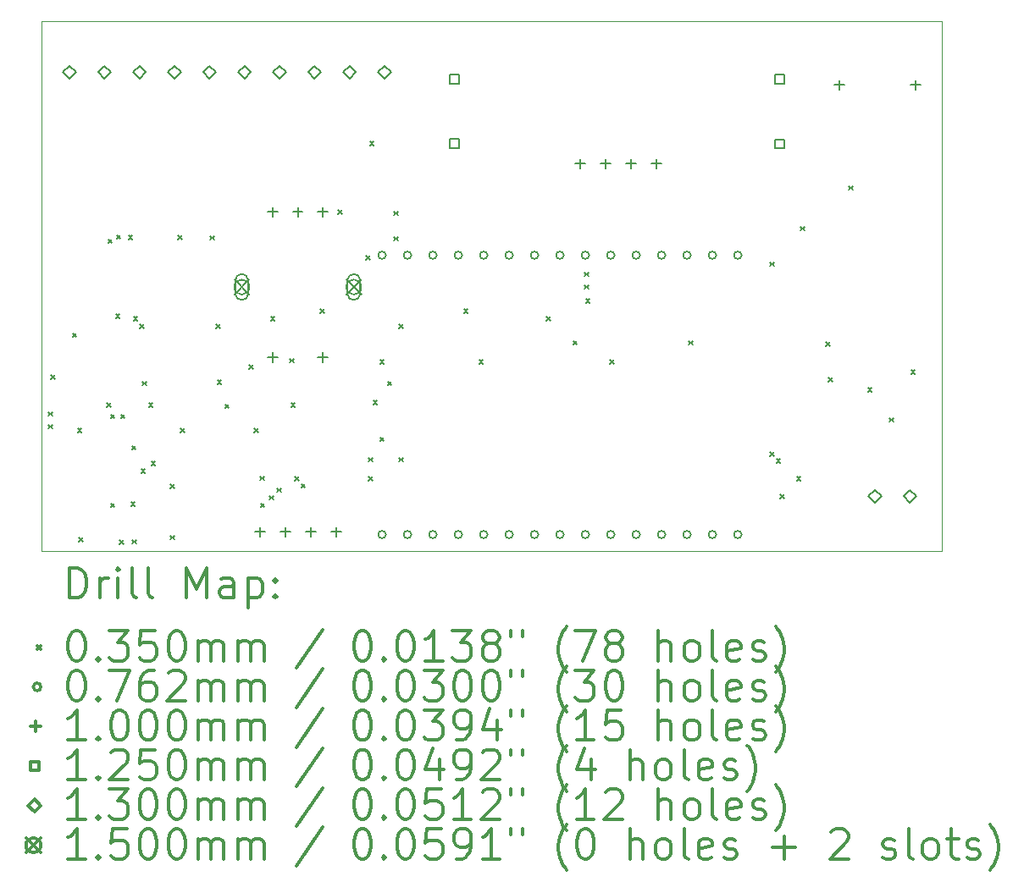
<source format=gbr>
%FSLAX45Y45*%
G04 Gerber Fmt 4.5, Leading zero omitted, Abs format (unit mm)*
G04 Created by KiCad (PCBNEW 5.1.12-84ad8e8a86~92~ubuntu20.04.1) date 2022-01-06 20:01:08*
%MOMM*%
%LPD*%
G01*
G04 APERTURE LIST*
%TA.AperFunction,Profile*%
%ADD10C,0.050000*%
%TD*%
%ADD11C,0.200000*%
%ADD12C,0.300000*%
G04 APERTURE END LIST*
D10*
X5000000Y-10300000D02*
X5000000Y-5000000D01*
X14000000Y-10300000D02*
X5000000Y-10300000D01*
X14000000Y-5000000D02*
X14000000Y-10300000D01*
X5000000Y-5000000D02*
X14000000Y-5000000D01*
D11*
X5075200Y-8910600D02*
X5110200Y-8945600D01*
X5110200Y-8910600D02*
X5075200Y-8945600D01*
X5075200Y-9037600D02*
X5110200Y-9072600D01*
X5110200Y-9037600D02*
X5075200Y-9072600D01*
X5100600Y-8542300D02*
X5135600Y-8577300D01*
X5135600Y-8542300D02*
X5100600Y-8577300D01*
X5316500Y-8120200D02*
X5351500Y-8155200D01*
X5351500Y-8120200D02*
X5316500Y-8155200D01*
X5367300Y-9075700D02*
X5402300Y-9110700D01*
X5402300Y-9075700D02*
X5367300Y-9110700D01*
X5380000Y-10167900D02*
X5415000Y-10202900D01*
X5415000Y-10167900D02*
X5380000Y-10202900D01*
X5659400Y-8821700D02*
X5694400Y-8856700D01*
X5694400Y-8821700D02*
X5659400Y-8856700D01*
X5672100Y-7183400D02*
X5707100Y-7218400D01*
X5707100Y-7183400D02*
X5672100Y-7218400D01*
X5697500Y-8936000D02*
X5732500Y-8971000D01*
X5732500Y-8936000D02*
X5697500Y-8971000D01*
X5697500Y-9825000D02*
X5732500Y-9860000D01*
X5732500Y-9825000D02*
X5697500Y-9860000D01*
X5748300Y-7932700D02*
X5783300Y-7967700D01*
X5783300Y-7932700D02*
X5748300Y-7967700D01*
X5754300Y-7141944D02*
X5789300Y-7176944D01*
X5789300Y-7141944D02*
X5754300Y-7176944D01*
X5786400Y-10193300D02*
X5821400Y-10228300D01*
X5821400Y-10193300D02*
X5786400Y-10228300D01*
X5799100Y-8936000D02*
X5834100Y-8971000D01*
X5834100Y-8936000D02*
X5799100Y-8971000D01*
X5875300Y-7145300D02*
X5910300Y-7180300D01*
X5910300Y-7145300D02*
X5875300Y-7180300D01*
X5900700Y-9812300D02*
X5935700Y-9847300D01*
X5935700Y-9812300D02*
X5900700Y-9847300D01*
X5909950Y-9250050D02*
X5944950Y-9285050D01*
X5944950Y-9250050D02*
X5909950Y-9285050D01*
X5913400Y-10191499D02*
X5948400Y-10226499D01*
X5948400Y-10191499D02*
X5913400Y-10226499D01*
X5926100Y-7958100D02*
X5961100Y-7993100D01*
X5961100Y-7958100D02*
X5926100Y-7993100D01*
X5989600Y-8034300D02*
X6024600Y-8069300D01*
X6024600Y-8034300D02*
X5989600Y-8069300D01*
X6002300Y-9482100D02*
X6037300Y-9517100D01*
X6037300Y-9482100D02*
X6002300Y-9517100D01*
X6015000Y-8605800D02*
X6050000Y-8640800D01*
X6050000Y-8605800D02*
X6015000Y-8640800D01*
X6081600Y-8821700D02*
X6116600Y-8856700D01*
X6116600Y-8821700D02*
X6081600Y-8856700D01*
X6103900Y-9405900D02*
X6138900Y-9440900D01*
X6138900Y-9405900D02*
X6103900Y-9440900D01*
X6294400Y-9634500D02*
X6329400Y-9669500D01*
X6329400Y-9634500D02*
X6294400Y-9669500D01*
X6294400Y-10144200D02*
X6329400Y-10179200D01*
X6329400Y-10144200D02*
X6294400Y-10179200D01*
X6370600Y-7145300D02*
X6405600Y-7180300D01*
X6405600Y-7145300D02*
X6370600Y-7180300D01*
X6396000Y-9075700D02*
X6431000Y-9110700D01*
X6431000Y-9075700D02*
X6396000Y-9110700D01*
X6691820Y-7149020D02*
X6726820Y-7184020D01*
X6726820Y-7149020D02*
X6691820Y-7184020D01*
X6751600Y-8034300D02*
X6786600Y-8069300D01*
X6786600Y-8034300D02*
X6751600Y-8069300D01*
X6764300Y-8593100D02*
X6799300Y-8628100D01*
X6799300Y-8593100D02*
X6764300Y-8628100D01*
X6840500Y-8834400D02*
X6875500Y-8869400D01*
X6875500Y-8834400D02*
X6840500Y-8869400D01*
X7081800Y-8440700D02*
X7116800Y-8475700D01*
X7116800Y-8440700D02*
X7081800Y-8475700D01*
X7132600Y-9075700D02*
X7167600Y-9110700D01*
X7167600Y-9075700D02*
X7132600Y-9110700D01*
X7191420Y-9553620D02*
X7226420Y-9588620D01*
X7226420Y-9553620D02*
X7191420Y-9588620D01*
X7196100Y-9825000D02*
X7231100Y-9860000D01*
X7231100Y-9825000D02*
X7196100Y-9860000D01*
X7285000Y-9748800D02*
X7320000Y-9783800D01*
X7320000Y-9748800D02*
X7285000Y-9783800D01*
X7297700Y-7958100D02*
X7332700Y-7993100D01*
X7332700Y-7958100D02*
X7297700Y-7993100D01*
X7361200Y-9672600D02*
X7396200Y-9707600D01*
X7396200Y-9672600D02*
X7361200Y-9707600D01*
X7488200Y-8377200D02*
X7523200Y-8412200D01*
X7523200Y-8377200D02*
X7488200Y-8412200D01*
X7500900Y-8821700D02*
X7535900Y-8856700D01*
X7535900Y-8821700D02*
X7500900Y-8856700D01*
X7539000Y-9558300D02*
X7574000Y-9593300D01*
X7574000Y-9558300D02*
X7539000Y-9593300D01*
X7600577Y-9632578D02*
X7635577Y-9667578D01*
X7635577Y-9632578D02*
X7600577Y-9667578D01*
X7793000Y-7881900D02*
X7828000Y-7916900D01*
X7828000Y-7881900D02*
X7793000Y-7916900D01*
X7970800Y-6891300D02*
X8005800Y-6926300D01*
X8005800Y-6891300D02*
X7970800Y-6926300D01*
X8250200Y-7348500D02*
X8285200Y-7383500D01*
X8285200Y-7348500D02*
X8250200Y-7383500D01*
X8275600Y-9367800D02*
X8310600Y-9402800D01*
X8310600Y-9367800D02*
X8275600Y-9402800D01*
X8275600Y-9558300D02*
X8310600Y-9593300D01*
X8310600Y-9558300D02*
X8275600Y-9593300D01*
X8288300Y-6205500D02*
X8323300Y-6240500D01*
X8323300Y-6205500D02*
X8288300Y-6240500D01*
X8322400Y-8796300D02*
X8357400Y-8831300D01*
X8357400Y-8796300D02*
X8322400Y-8831300D01*
X8389900Y-8389900D02*
X8424900Y-8424900D01*
X8424900Y-8389900D02*
X8389900Y-8424900D01*
X8389900Y-9164600D02*
X8424900Y-9199600D01*
X8424900Y-9164600D02*
X8389900Y-9199600D01*
X8466100Y-8605800D02*
X8501100Y-8640800D01*
X8501100Y-8605800D02*
X8466100Y-8640800D01*
X8529600Y-6904000D02*
X8564600Y-6939000D01*
X8564600Y-6904000D02*
X8529600Y-6939000D01*
X8529600Y-7158000D02*
X8564600Y-7193000D01*
X8564600Y-7158000D02*
X8529600Y-7193000D01*
X8580400Y-8034300D02*
X8615400Y-8069300D01*
X8615400Y-8034300D02*
X8580400Y-8069300D01*
X8580400Y-9367800D02*
X8615400Y-9402800D01*
X8615400Y-9367800D02*
X8580400Y-9402800D01*
X9228100Y-7881900D02*
X9263100Y-7916900D01*
X9263100Y-7881900D02*
X9228100Y-7916900D01*
X9380500Y-8389900D02*
X9415500Y-8424900D01*
X9415500Y-8389900D02*
X9380500Y-8424900D01*
X10053600Y-7958100D02*
X10088600Y-7993100D01*
X10088600Y-7958100D02*
X10053600Y-7993100D01*
X10317700Y-8202000D02*
X10352700Y-8237000D01*
X10352700Y-8202000D02*
X10317700Y-8237000D01*
X10434600Y-7513600D02*
X10469600Y-7548600D01*
X10469600Y-7513600D02*
X10434600Y-7548600D01*
X10434600Y-7640600D02*
X10469600Y-7675600D01*
X10469600Y-7640600D02*
X10434600Y-7675600D01*
X10447300Y-7780300D02*
X10482300Y-7815300D01*
X10482300Y-7780300D02*
X10447300Y-7815300D01*
X10688600Y-8389900D02*
X10723600Y-8424900D01*
X10723600Y-8389900D02*
X10688600Y-8424900D01*
X11476000Y-8199400D02*
X11511000Y-8234400D01*
X11511000Y-8199400D02*
X11476000Y-8234400D01*
X12288800Y-7412000D02*
X12323800Y-7447000D01*
X12323800Y-7412000D02*
X12288800Y-7447000D01*
X12288800Y-9313000D02*
X12323800Y-9348000D01*
X12323800Y-9313000D02*
X12288800Y-9348000D01*
X12352300Y-9380500D02*
X12387300Y-9415500D01*
X12387300Y-9380500D02*
X12352300Y-9415500D01*
X12390400Y-9736100D02*
X12425400Y-9771100D01*
X12425400Y-9736100D02*
X12390400Y-9771100D01*
X12555500Y-9558300D02*
X12590500Y-9593300D01*
X12590500Y-9558300D02*
X12555500Y-9593300D01*
X12593600Y-7056400D02*
X12628600Y-7091400D01*
X12628600Y-7056400D02*
X12593600Y-7091400D01*
X12847600Y-8212100D02*
X12882600Y-8247100D01*
X12882600Y-8212100D02*
X12847600Y-8247100D01*
X12873000Y-8567700D02*
X12908000Y-8602700D01*
X12908000Y-8567700D02*
X12873000Y-8602700D01*
X13076400Y-6650000D02*
X13111400Y-6685000D01*
X13111400Y-6650000D02*
X13076400Y-6685000D01*
X13266700Y-8669300D02*
X13301700Y-8704300D01*
X13301700Y-8669300D02*
X13266700Y-8704300D01*
X13482600Y-8971700D02*
X13517600Y-9006700D01*
X13517600Y-8971700D02*
X13482600Y-9006700D01*
X13698500Y-8491500D02*
X13733500Y-8526500D01*
X13733500Y-8491500D02*
X13698500Y-8526500D01*
X8445500Y-7340600D02*
G75*
G03*
X8445500Y-7340600I-38100J0D01*
G01*
X8445500Y-10134600D02*
G75*
G03*
X8445500Y-10134600I-38100J0D01*
G01*
X8699500Y-7340600D02*
G75*
G03*
X8699500Y-7340600I-38100J0D01*
G01*
X8699500Y-10134600D02*
G75*
G03*
X8699500Y-10134600I-38100J0D01*
G01*
X8953500Y-7340600D02*
G75*
G03*
X8953500Y-7340600I-38100J0D01*
G01*
X8953500Y-10134600D02*
G75*
G03*
X8953500Y-10134600I-38100J0D01*
G01*
X9207500Y-7340600D02*
G75*
G03*
X9207500Y-7340600I-38100J0D01*
G01*
X9207500Y-10134600D02*
G75*
G03*
X9207500Y-10134600I-38100J0D01*
G01*
X9461500Y-7340600D02*
G75*
G03*
X9461500Y-7340600I-38100J0D01*
G01*
X9461500Y-10134600D02*
G75*
G03*
X9461500Y-10134600I-38100J0D01*
G01*
X9715500Y-7340600D02*
G75*
G03*
X9715500Y-7340600I-38100J0D01*
G01*
X9715500Y-10134600D02*
G75*
G03*
X9715500Y-10134600I-38100J0D01*
G01*
X9969500Y-7340600D02*
G75*
G03*
X9969500Y-7340600I-38100J0D01*
G01*
X9969500Y-10134600D02*
G75*
G03*
X9969500Y-10134600I-38100J0D01*
G01*
X10223500Y-7340600D02*
G75*
G03*
X10223500Y-7340600I-38100J0D01*
G01*
X10223500Y-10134600D02*
G75*
G03*
X10223500Y-10134600I-38100J0D01*
G01*
X10477500Y-7340600D02*
G75*
G03*
X10477500Y-7340600I-38100J0D01*
G01*
X10477500Y-10134600D02*
G75*
G03*
X10477500Y-10134600I-38100J0D01*
G01*
X10731500Y-7340600D02*
G75*
G03*
X10731500Y-7340600I-38100J0D01*
G01*
X10731500Y-10134600D02*
G75*
G03*
X10731500Y-10134600I-38100J0D01*
G01*
X10985500Y-7340600D02*
G75*
G03*
X10985500Y-7340600I-38100J0D01*
G01*
X10985500Y-10134600D02*
G75*
G03*
X10985500Y-10134600I-38100J0D01*
G01*
X11239500Y-7340600D02*
G75*
G03*
X11239500Y-7340600I-38100J0D01*
G01*
X11239500Y-10134600D02*
G75*
G03*
X11239500Y-10134600I-38100J0D01*
G01*
X11493500Y-7340600D02*
G75*
G03*
X11493500Y-7340600I-38100J0D01*
G01*
X11493500Y-10134600D02*
G75*
G03*
X11493500Y-10134600I-38100J0D01*
G01*
X11747500Y-7340600D02*
G75*
G03*
X11747500Y-7340600I-38100J0D01*
G01*
X11747500Y-10134600D02*
G75*
G03*
X11747500Y-10134600I-38100J0D01*
G01*
X12001500Y-7340600D02*
G75*
G03*
X12001500Y-7340600I-38100J0D01*
G01*
X12001500Y-10134600D02*
G75*
G03*
X12001500Y-10134600I-38100J0D01*
G01*
X7188200Y-10059200D02*
X7188200Y-10159200D01*
X7138200Y-10109200D02*
X7238200Y-10109200D01*
X7315200Y-6858800D02*
X7315200Y-6958800D01*
X7265200Y-6908800D02*
X7365200Y-6908800D01*
X7315200Y-8308800D02*
X7315200Y-8408800D01*
X7265200Y-8358800D02*
X7365200Y-8358800D01*
X7442200Y-10059200D02*
X7442200Y-10159200D01*
X7392200Y-10109200D02*
X7492200Y-10109200D01*
X7565200Y-6858800D02*
X7565200Y-6958800D01*
X7515200Y-6908800D02*
X7615200Y-6908800D01*
X7696200Y-10059200D02*
X7696200Y-10159200D01*
X7646200Y-10109200D02*
X7746200Y-10109200D01*
X7815200Y-6858800D02*
X7815200Y-6958800D01*
X7765200Y-6908800D02*
X7865200Y-6908800D01*
X7815200Y-8308800D02*
X7815200Y-8408800D01*
X7765200Y-8358800D02*
X7865200Y-8358800D01*
X7950200Y-10059200D02*
X7950200Y-10159200D01*
X7900200Y-10109200D02*
X8000200Y-10109200D01*
X10388600Y-6376200D02*
X10388600Y-6476200D01*
X10338600Y-6426200D02*
X10438600Y-6426200D01*
X10642600Y-6376200D02*
X10642600Y-6476200D01*
X10592600Y-6426200D02*
X10692600Y-6426200D01*
X10896600Y-6376200D02*
X10896600Y-6476200D01*
X10846600Y-6426200D02*
X10946600Y-6426200D01*
X11150600Y-6376200D02*
X11150600Y-6476200D01*
X11100600Y-6426200D02*
X11200600Y-6426200D01*
X12979400Y-5588800D02*
X12979400Y-5688800D01*
X12929400Y-5638800D02*
X13029400Y-5638800D01*
X13739400Y-5588800D02*
X13739400Y-5688800D01*
X13689400Y-5638800D02*
X13789400Y-5638800D01*
X9176305Y-5622155D02*
X9176305Y-5533765D01*
X9087915Y-5533765D01*
X9087915Y-5622155D01*
X9176305Y-5622155D01*
X9176305Y-6267155D02*
X9176305Y-6178765D01*
X9087915Y-6178765D01*
X9087915Y-6267155D01*
X9176305Y-6267155D01*
X12426305Y-5622155D02*
X12426305Y-5533765D01*
X12337915Y-5533765D01*
X12337915Y-5622155D01*
X12426305Y-5622155D01*
X12426305Y-6272155D02*
X12426305Y-6183765D01*
X12337915Y-6183765D01*
X12337915Y-6272155D01*
X12426305Y-6272155D01*
X5282800Y-5576800D02*
X5347800Y-5511800D01*
X5282800Y-5446800D01*
X5217800Y-5511800D01*
X5282800Y-5576800D01*
X5632800Y-5576800D02*
X5697800Y-5511800D01*
X5632800Y-5446800D01*
X5567800Y-5511800D01*
X5632800Y-5576800D01*
X5982800Y-5576800D02*
X6047800Y-5511800D01*
X5982800Y-5446800D01*
X5917800Y-5511800D01*
X5982800Y-5576800D01*
X6332800Y-5576800D02*
X6397800Y-5511800D01*
X6332800Y-5446800D01*
X6267800Y-5511800D01*
X6332800Y-5576800D01*
X6682800Y-5576800D02*
X6747800Y-5511800D01*
X6682800Y-5446800D01*
X6617800Y-5511800D01*
X6682800Y-5576800D01*
X7032800Y-5576800D02*
X7097800Y-5511800D01*
X7032800Y-5446800D01*
X6967800Y-5511800D01*
X7032800Y-5576800D01*
X7382800Y-5576800D02*
X7447800Y-5511800D01*
X7382800Y-5446800D01*
X7317800Y-5511800D01*
X7382800Y-5576800D01*
X7732800Y-5576800D02*
X7797800Y-5511800D01*
X7732800Y-5446800D01*
X7667800Y-5511800D01*
X7732800Y-5576800D01*
X8082800Y-5576800D02*
X8147800Y-5511800D01*
X8082800Y-5446800D01*
X8017800Y-5511800D01*
X8082800Y-5576800D01*
X8432800Y-5576800D02*
X8497800Y-5511800D01*
X8432800Y-5446800D01*
X8367800Y-5511800D01*
X8432800Y-5576800D01*
X13335000Y-9818600D02*
X13400000Y-9753600D01*
X13335000Y-9688600D01*
X13270000Y-9753600D01*
X13335000Y-9818600D01*
X13685000Y-9818600D02*
X13750000Y-9753600D01*
X13685000Y-9688600D01*
X13620000Y-9753600D01*
X13685000Y-9818600D01*
X6930200Y-7583800D02*
X7080200Y-7733800D01*
X7080200Y-7583800D02*
X6930200Y-7733800D01*
X7080200Y-7658800D02*
G75*
G03*
X7080200Y-7658800I-75000J0D01*
G01*
X6940200Y-7593800D02*
X6940200Y-7723800D01*
X7070200Y-7593800D02*
X7070200Y-7723800D01*
X6940200Y-7723800D02*
G75*
G03*
X7070200Y-7723800I65000J0D01*
G01*
X7070200Y-7593800D02*
G75*
G03*
X6940200Y-7593800I-65000J0D01*
G01*
X8050200Y-7583800D02*
X8200200Y-7733800D01*
X8200200Y-7583800D02*
X8050200Y-7733800D01*
X8200200Y-7658800D02*
G75*
G03*
X8200200Y-7658800I-75000J0D01*
G01*
X8060200Y-7593800D02*
X8060200Y-7723800D01*
X8190200Y-7593800D02*
X8190200Y-7723800D01*
X8060200Y-7723800D02*
G75*
G03*
X8190200Y-7723800I65000J0D01*
G01*
X8190200Y-7593800D02*
G75*
G03*
X8060200Y-7593800I-65000J0D01*
G01*
D12*
X5283928Y-10768214D02*
X5283928Y-10468214D01*
X5355357Y-10468214D01*
X5398214Y-10482500D01*
X5426786Y-10511072D01*
X5441071Y-10539643D01*
X5455357Y-10596786D01*
X5455357Y-10639643D01*
X5441071Y-10696786D01*
X5426786Y-10725357D01*
X5398214Y-10753929D01*
X5355357Y-10768214D01*
X5283928Y-10768214D01*
X5583928Y-10768214D02*
X5583928Y-10568214D01*
X5583928Y-10625357D02*
X5598214Y-10596786D01*
X5612500Y-10582500D01*
X5641071Y-10568214D01*
X5669643Y-10568214D01*
X5769643Y-10768214D02*
X5769643Y-10568214D01*
X5769643Y-10468214D02*
X5755357Y-10482500D01*
X5769643Y-10496786D01*
X5783928Y-10482500D01*
X5769643Y-10468214D01*
X5769643Y-10496786D01*
X5955357Y-10768214D02*
X5926786Y-10753929D01*
X5912500Y-10725357D01*
X5912500Y-10468214D01*
X6112500Y-10768214D02*
X6083928Y-10753929D01*
X6069643Y-10725357D01*
X6069643Y-10468214D01*
X6455357Y-10768214D02*
X6455357Y-10468214D01*
X6555357Y-10682500D01*
X6655357Y-10468214D01*
X6655357Y-10768214D01*
X6926786Y-10768214D02*
X6926786Y-10611072D01*
X6912500Y-10582500D01*
X6883928Y-10568214D01*
X6826786Y-10568214D01*
X6798214Y-10582500D01*
X6926786Y-10753929D02*
X6898214Y-10768214D01*
X6826786Y-10768214D01*
X6798214Y-10753929D01*
X6783928Y-10725357D01*
X6783928Y-10696786D01*
X6798214Y-10668214D01*
X6826786Y-10653929D01*
X6898214Y-10653929D01*
X6926786Y-10639643D01*
X7069643Y-10568214D02*
X7069643Y-10868214D01*
X7069643Y-10582500D02*
X7098214Y-10568214D01*
X7155357Y-10568214D01*
X7183928Y-10582500D01*
X7198214Y-10596786D01*
X7212500Y-10625357D01*
X7212500Y-10711072D01*
X7198214Y-10739643D01*
X7183928Y-10753929D01*
X7155357Y-10768214D01*
X7098214Y-10768214D01*
X7069643Y-10753929D01*
X7341071Y-10739643D02*
X7355357Y-10753929D01*
X7341071Y-10768214D01*
X7326786Y-10753929D01*
X7341071Y-10739643D01*
X7341071Y-10768214D01*
X7341071Y-10582500D02*
X7355357Y-10596786D01*
X7341071Y-10611072D01*
X7326786Y-10596786D01*
X7341071Y-10582500D01*
X7341071Y-10611072D01*
X4962500Y-11245000D02*
X4997500Y-11280000D01*
X4997500Y-11245000D02*
X4962500Y-11280000D01*
X5341071Y-11098214D02*
X5369643Y-11098214D01*
X5398214Y-11112500D01*
X5412500Y-11126786D01*
X5426786Y-11155357D01*
X5441071Y-11212500D01*
X5441071Y-11283929D01*
X5426786Y-11341071D01*
X5412500Y-11369643D01*
X5398214Y-11383929D01*
X5369643Y-11398214D01*
X5341071Y-11398214D01*
X5312500Y-11383929D01*
X5298214Y-11369643D01*
X5283928Y-11341071D01*
X5269643Y-11283929D01*
X5269643Y-11212500D01*
X5283928Y-11155357D01*
X5298214Y-11126786D01*
X5312500Y-11112500D01*
X5341071Y-11098214D01*
X5569643Y-11369643D02*
X5583928Y-11383929D01*
X5569643Y-11398214D01*
X5555357Y-11383929D01*
X5569643Y-11369643D01*
X5569643Y-11398214D01*
X5683928Y-11098214D02*
X5869643Y-11098214D01*
X5769643Y-11212500D01*
X5812500Y-11212500D01*
X5841071Y-11226786D01*
X5855357Y-11241071D01*
X5869643Y-11269643D01*
X5869643Y-11341071D01*
X5855357Y-11369643D01*
X5841071Y-11383929D01*
X5812500Y-11398214D01*
X5726786Y-11398214D01*
X5698214Y-11383929D01*
X5683928Y-11369643D01*
X6141071Y-11098214D02*
X5998214Y-11098214D01*
X5983928Y-11241071D01*
X5998214Y-11226786D01*
X6026786Y-11212500D01*
X6098214Y-11212500D01*
X6126786Y-11226786D01*
X6141071Y-11241071D01*
X6155357Y-11269643D01*
X6155357Y-11341071D01*
X6141071Y-11369643D01*
X6126786Y-11383929D01*
X6098214Y-11398214D01*
X6026786Y-11398214D01*
X5998214Y-11383929D01*
X5983928Y-11369643D01*
X6341071Y-11098214D02*
X6369643Y-11098214D01*
X6398214Y-11112500D01*
X6412500Y-11126786D01*
X6426786Y-11155357D01*
X6441071Y-11212500D01*
X6441071Y-11283929D01*
X6426786Y-11341071D01*
X6412500Y-11369643D01*
X6398214Y-11383929D01*
X6369643Y-11398214D01*
X6341071Y-11398214D01*
X6312500Y-11383929D01*
X6298214Y-11369643D01*
X6283928Y-11341071D01*
X6269643Y-11283929D01*
X6269643Y-11212500D01*
X6283928Y-11155357D01*
X6298214Y-11126786D01*
X6312500Y-11112500D01*
X6341071Y-11098214D01*
X6569643Y-11398214D02*
X6569643Y-11198214D01*
X6569643Y-11226786D02*
X6583928Y-11212500D01*
X6612500Y-11198214D01*
X6655357Y-11198214D01*
X6683928Y-11212500D01*
X6698214Y-11241071D01*
X6698214Y-11398214D01*
X6698214Y-11241071D02*
X6712500Y-11212500D01*
X6741071Y-11198214D01*
X6783928Y-11198214D01*
X6812500Y-11212500D01*
X6826786Y-11241071D01*
X6826786Y-11398214D01*
X6969643Y-11398214D02*
X6969643Y-11198214D01*
X6969643Y-11226786D02*
X6983928Y-11212500D01*
X7012500Y-11198214D01*
X7055357Y-11198214D01*
X7083928Y-11212500D01*
X7098214Y-11241071D01*
X7098214Y-11398214D01*
X7098214Y-11241071D02*
X7112500Y-11212500D01*
X7141071Y-11198214D01*
X7183928Y-11198214D01*
X7212500Y-11212500D01*
X7226786Y-11241071D01*
X7226786Y-11398214D01*
X7812500Y-11083929D02*
X7555357Y-11469643D01*
X8198214Y-11098214D02*
X8226786Y-11098214D01*
X8255357Y-11112500D01*
X8269643Y-11126786D01*
X8283928Y-11155357D01*
X8298214Y-11212500D01*
X8298214Y-11283929D01*
X8283928Y-11341071D01*
X8269643Y-11369643D01*
X8255357Y-11383929D01*
X8226786Y-11398214D01*
X8198214Y-11398214D01*
X8169643Y-11383929D01*
X8155357Y-11369643D01*
X8141071Y-11341071D01*
X8126786Y-11283929D01*
X8126786Y-11212500D01*
X8141071Y-11155357D01*
X8155357Y-11126786D01*
X8169643Y-11112500D01*
X8198214Y-11098214D01*
X8426786Y-11369643D02*
X8441071Y-11383929D01*
X8426786Y-11398214D01*
X8412500Y-11383929D01*
X8426786Y-11369643D01*
X8426786Y-11398214D01*
X8626786Y-11098214D02*
X8655357Y-11098214D01*
X8683928Y-11112500D01*
X8698214Y-11126786D01*
X8712500Y-11155357D01*
X8726786Y-11212500D01*
X8726786Y-11283929D01*
X8712500Y-11341071D01*
X8698214Y-11369643D01*
X8683928Y-11383929D01*
X8655357Y-11398214D01*
X8626786Y-11398214D01*
X8598214Y-11383929D01*
X8583928Y-11369643D01*
X8569643Y-11341071D01*
X8555357Y-11283929D01*
X8555357Y-11212500D01*
X8569643Y-11155357D01*
X8583928Y-11126786D01*
X8598214Y-11112500D01*
X8626786Y-11098214D01*
X9012500Y-11398214D02*
X8841071Y-11398214D01*
X8926786Y-11398214D02*
X8926786Y-11098214D01*
X8898214Y-11141072D01*
X8869643Y-11169643D01*
X8841071Y-11183929D01*
X9112500Y-11098214D02*
X9298214Y-11098214D01*
X9198214Y-11212500D01*
X9241071Y-11212500D01*
X9269643Y-11226786D01*
X9283928Y-11241071D01*
X9298214Y-11269643D01*
X9298214Y-11341071D01*
X9283928Y-11369643D01*
X9269643Y-11383929D01*
X9241071Y-11398214D01*
X9155357Y-11398214D01*
X9126786Y-11383929D01*
X9112500Y-11369643D01*
X9469643Y-11226786D02*
X9441071Y-11212500D01*
X9426786Y-11198214D01*
X9412500Y-11169643D01*
X9412500Y-11155357D01*
X9426786Y-11126786D01*
X9441071Y-11112500D01*
X9469643Y-11098214D01*
X9526786Y-11098214D01*
X9555357Y-11112500D01*
X9569643Y-11126786D01*
X9583928Y-11155357D01*
X9583928Y-11169643D01*
X9569643Y-11198214D01*
X9555357Y-11212500D01*
X9526786Y-11226786D01*
X9469643Y-11226786D01*
X9441071Y-11241071D01*
X9426786Y-11255357D01*
X9412500Y-11283929D01*
X9412500Y-11341071D01*
X9426786Y-11369643D01*
X9441071Y-11383929D01*
X9469643Y-11398214D01*
X9526786Y-11398214D01*
X9555357Y-11383929D01*
X9569643Y-11369643D01*
X9583928Y-11341071D01*
X9583928Y-11283929D01*
X9569643Y-11255357D01*
X9555357Y-11241071D01*
X9526786Y-11226786D01*
X9698214Y-11098214D02*
X9698214Y-11155357D01*
X9812500Y-11098214D02*
X9812500Y-11155357D01*
X10255357Y-11512500D02*
X10241071Y-11498214D01*
X10212500Y-11455357D01*
X10198214Y-11426786D01*
X10183928Y-11383929D01*
X10169643Y-11312500D01*
X10169643Y-11255357D01*
X10183928Y-11183929D01*
X10198214Y-11141072D01*
X10212500Y-11112500D01*
X10241071Y-11069643D01*
X10255357Y-11055357D01*
X10341071Y-11098214D02*
X10541071Y-11098214D01*
X10412500Y-11398214D01*
X10698214Y-11226786D02*
X10669643Y-11212500D01*
X10655357Y-11198214D01*
X10641071Y-11169643D01*
X10641071Y-11155357D01*
X10655357Y-11126786D01*
X10669643Y-11112500D01*
X10698214Y-11098214D01*
X10755357Y-11098214D01*
X10783928Y-11112500D01*
X10798214Y-11126786D01*
X10812500Y-11155357D01*
X10812500Y-11169643D01*
X10798214Y-11198214D01*
X10783928Y-11212500D01*
X10755357Y-11226786D01*
X10698214Y-11226786D01*
X10669643Y-11241071D01*
X10655357Y-11255357D01*
X10641071Y-11283929D01*
X10641071Y-11341071D01*
X10655357Y-11369643D01*
X10669643Y-11383929D01*
X10698214Y-11398214D01*
X10755357Y-11398214D01*
X10783928Y-11383929D01*
X10798214Y-11369643D01*
X10812500Y-11341071D01*
X10812500Y-11283929D01*
X10798214Y-11255357D01*
X10783928Y-11241071D01*
X10755357Y-11226786D01*
X11169643Y-11398214D02*
X11169643Y-11098214D01*
X11298214Y-11398214D02*
X11298214Y-11241071D01*
X11283928Y-11212500D01*
X11255357Y-11198214D01*
X11212500Y-11198214D01*
X11183928Y-11212500D01*
X11169643Y-11226786D01*
X11483928Y-11398214D02*
X11455357Y-11383929D01*
X11441071Y-11369643D01*
X11426786Y-11341071D01*
X11426786Y-11255357D01*
X11441071Y-11226786D01*
X11455357Y-11212500D01*
X11483928Y-11198214D01*
X11526786Y-11198214D01*
X11555357Y-11212500D01*
X11569643Y-11226786D01*
X11583928Y-11255357D01*
X11583928Y-11341071D01*
X11569643Y-11369643D01*
X11555357Y-11383929D01*
X11526786Y-11398214D01*
X11483928Y-11398214D01*
X11755357Y-11398214D02*
X11726786Y-11383929D01*
X11712500Y-11355357D01*
X11712500Y-11098214D01*
X11983928Y-11383929D02*
X11955357Y-11398214D01*
X11898214Y-11398214D01*
X11869643Y-11383929D01*
X11855357Y-11355357D01*
X11855357Y-11241071D01*
X11869643Y-11212500D01*
X11898214Y-11198214D01*
X11955357Y-11198214D01*
X11983928Y-11212500D01*
X11998214Y-11241071D01*
X11998214Y-11269643D01*
X11855357Y-11298214D01*
X12112500Y-11383929D02*
X12141071Y-11398214D01*
X12198214Y-11398214D01*
X12226786Y-11383929D01*
X12241071Y-11355357D01*
X12241071Y-11341071D01*
X12226786Y-11312500D01*
X12198214Y-11298214D01*
X12155357Y-11298214D01*
X12126786Y-11283929D01*
X12112500Y-11255357D01*
X12112500Y-11241071D01*
X12126786Y-11212500D01*
X12155357Y-11198214D01*
X12198214Y-11198214D01*
X12226786Y-11212500D01*
X12341071Y-11512500D02*
X12355357Y-11498214D01*
X12383928Y-11455357D01*
X12398214Y-11426786D01*
X12412500Y-11383929D01*
X12426786Y-11312500D01*
X12426786Y-11255357D01*
X12412500Y-11183929D01*
X12398214Y-11141072D01*
X12383928Y-11112500D01*
X12355357Y-11069643D01*
X12341071Y-11055357D01*
X4997500Y-11658500D02*
G75*
G03*
X4997500Y-11658500I-38100J0D01*
G01*
X5341071Y-11494214D02*
X5369643Y-11494214D01*
X5398214Y-11508500D01*
X5412500Y-11522786D01*
X5426786Y-11551357D01*
X5441071Y-11608500D01*
X5441071Y-11679929D01*
X5426786Y-11737071D01*
X5412500Y-11765643D01*
X5398214Y-11779929D01*
X5369643Y-11794214D01*
X5341071Y-11794214D01*
X5312500Y-11779929D01*
X5298214Y-11765643D01*
X5283928Y-11737071D01*
X5269643Y-11679929D01*
X5269643Y-11608500D01*
X5283928Y-11551357D01*
X5298214Y-11522786D01*
X5312500Y-11508500D01*
X5341071Y-11494214D01*
X5569643Y-11765643D02*
X5583928Y-11779929D01*
X5569643Y-11794214D01*
X5555357Y-11779929D01*
X5569643Y-11765643D01*
X5569643Y-11794214D01*
X5683928Y-11494214D02*
X5883928Y-11494214D01*
X5755357Y-11794214D01*
X6126786Y-11494214D02*
X6069643Y-11494214D01*
X6041071Y-11508500D01*
X6026786Y-11522786D01*
X5998214Y-11565643D01*
X5983928Y-11622786D01*
X5983928Y-11737071D01*
X5998214Y-11765643D01*
X6012500Y-11779929D01*
X6041071Y-11794214D01*
X6098214Y-11794214D01*
X6126786Y-11779929D01*
X6141071Y-11765643D01*
X6155357Y-11737071D01*
X6155357Y-11665643D01*
X6141071Y-11637071D01*
X6126786Y-11622786D01*
X6098214Y-11608500D01*
X6041071Y-11608500D01*
X6012500Y-11622786D01*
X5998214Y-11637071D01*
X5983928Y-11665643D01*
X6269643Y-11522786D02*
X6283928Y-11508500D01*
X6312500Y-11494214D01*
X6383928Y-11494214D01*
X6412500Y-11508500D01*
X6426786Y-11522786D01*
X6441071Y-11551357D01*
X6441071Y-11579929D01*
X6426786Y-11622786D01*
X6255357Y-11794214D01*
X6441071Y-11794214D01*
X6569643Y-11794214D02*
X6569643Y-11594214D01*
X6569643Y-11622786D02*
X6583928Y-11608500D01*
X6612500Y-11594214D01*
X6655357Y-11594214D01*
X6683928Y-11608500D01*
X6698214Y-11637071D01*
X6698214Y-11794214D01*
X6698214Y-11637071D02*
X6712500Y-11608500D01*
X6741071Y-11594214D01*
X6783928Y-11594214D01*
X6812500Y-11608500D01*
X6826786Y-11637071D01*
X6826786Y-11794214D01*
X6969643Y-11794214D02*
X6969643Y-11594214D01*
X6969643Y-11622786D02*
X6983928Y-11608500D01*
X7012500Y-11594214D01*
X7055357Y-11594214D01*
X7083928Y-11608500D01*
X7098214Y-11637071D01*
X7098214Y-11794214D01*
X7098214Y-11637071D02*
X7112500Y-11608500D01*
X7141071Y-11594214D01*
X7183928Y-11594214D01*
X7212500Y-11608500D01*
X7226786Y-11637071D01*
X7226786Y-11794214D01*
X7812500Y-11479929D02*
X7555357Y-11865643D01*
X8198214Y-11494214D02*
X8226786Y-11494214D01*
X8255357Y-11508500D01*
X8269643Y-11522786D01*
X8283928Y-11551357D01*
X8298214Y-11608500D01*
X8298214Y-11679929D01*
X8283928Y-11737071D01*
X8269643Y-11765643D01*
X8255357Y-11779929D01*
X8226786Y-11794214D01*
X8198214Y-11794214D01*
X8169643Y-11779929D01*
X8155357Y-11765643D01*
X8141071Y-11737071D01*
X8126786Y-11679929D01*
X8126786Y-11608500D01*
X8141071Y-11551357D01*
X8155357Y-11522786D01*
X8169643Y-11508500D01*
X8198214Y-11494214D01*
X8426786Y-11765643D02*
X8441071Y-11779929D01*
X8426786Y-11794214D01*
X8412500Y-11779929D01*
X8426786Y-11765643D01*
X8426786Y-11794214D01*
X8626786Y-11494214D02*
X8655357Y-11494214D01*
X8683928Y-11508500D01*
X8698214Y-11522786D01*
X8712500Y-11551357D01*
X8726786Y-11608500D01*
X8726786Y-11679929D01*
X8712500Y-11737071D01*
X8698214Y-11765643D01*
X8683928Y-11779929D01*
X8655357Y-11794214D01*
X8626786Y-11794214D01*
X8598214Y-11779929D01*
X8583928Y-11765643D01*
X8569643Y-11737071D01*
X8555357Y-11679929D01*
X8555357Y-11608500D01*
X8569643Y-11551357D01*
X8583928Y-11522786D01*
X8598214Y-11508500D01*
X8626786Y-11494214D01*
X8826786Y-11494214D02*
X9012500Y-11494214D01*
X8912500Y-11608500D01*
X8955357Y-11608500D01*
X8983928Y-11622786D01*
X8998214Y-11637071D01*
X9012500Y-11665643D01*
X9012500Y-11737071D01*
X8998214Y-11765643D01*
X8983928Y-11779929D01*
X8955357Y-11794214D01*
X8869643Y-11794214D01*
X8841071Y-11779929D01*
X8826786Y-11765643D01*
X9198214Y-11494214D02*
X9226786Y-11494214D01*
X9255357Y-11508500D01*
X9269643Y-11522786D01*
X9283928Y-11551357D01*
X9298214Y-11608500D01*
X9298214Y-11679929D01*
X9283928Y-11737071D01*
X9269643Y-11765643D01*
X9255357Y-11779929D01*
X9226786Y-11794214D01*
X9198214Y-11794214D01*
X9169643Y-11779929D01*
X9155357Y-11765643D01*
X9141071Y-11737071D01*
X9126786Y-11679929D01*
X9126786Y-11608500D01*
X9141071Y-11551357D01*
X9155357Y-11522786D01*
X9169643Y-11508500D01*
X9198214Y-11494214D01*
X9483928Y-11494214D02*
X9512500Y-11494214D01*
X9541071Y-11508500D01*
X9555357Y-11522786D01*
X9569643Y-11551357D01*
X9583928Y-11608500D01*
X9583928Y-11679929D01*
X9569643Y-11737071D01*
X9555357Y-11765643D01*
X9541071Y-11779929D01*
X9512500Y-11794214D01*
X9483928Y-11794214D01*
X9455357Y-11779929D01*
X9441071Y-11765643D01*
X9426786Y-11737071D01*
X9412500Y-11679929D01*
X9412500Y-11608500D01*
X9426786Y-11551357D01*
X9441071Y-11522786D01*
X9455357Y-11508500D01*
X9483928Y-11494214D01*
X9698214Y-11494214D02*
X9698214Y-11551357D01*
X9812500Y-11494214D02*
X9812500Y-11551357D01*
X10255357Y-11908500D02*
X10241071Y-11894214D01*
X10212500Y-11851357D01*
X10198214Y-11822786D01*
X10183928Y-11779929D01*
X10169643Y-11708500D01*
X10169643Y-11651357D01*
X10183928Y-11579929D01*
X10198214Y-11537071D01*
X10212500Y-11508500D01*
X10241071Y-11465643D01*
X10255357Y-11451357D01*
X10341071Y-11494214D02*
X10526786Y-11494214D01*
X10426786Y-11608500D01*
X10469643Y-11608500D01*
X10498214Y-11622786D01*
X10512500Y-11637071D01*
X10526786Y-11665643D01*
X10526786Y-11737071D01*
X10512500Y-11765643D01*
X10498214Y-11779929D01*
X10469643Y-11794214D01*
X10383928Y-11794214D01*
X10355357Y-11779929D01*
X10341071Y-11765643D01*
X10712500Y-11494214D02*
X10741071Y-11494214D01*
X10769643Y-11508500D01*
X10783928Y-11522786D01*
X10798214Y-11551357D01*
X10812500Y-11608500D01*
X10812500Y-11679929D01*
X10798214Y-11737071D01*
X10783928Y-11765643D01*
X10769643Y-11779929D01*
X10741071Y-11794214D01*
X10712500Y-11794214D01*
X10683928Y-11779929D01*
X10669643Y-11765643D01*
X10655357Y-11737071D01*
X10641071Y-11679929D01*
X10641071Y-11608500D01*
X10655357Y-11551357D01*
X10669643Y-11522786D01*
X10683928Y-11508500D01*
X10712500Y-11494214D01*
X11169643Y-11794214D02*
X11169643Y-11494214D01*
X11298214Y-11794214D02*
X11298214Y-11637071D01*
X11283928Y-11608500D01*
X11255357Y-11594214D01*
X11212500Y-11594214D01*
X11183928Y-11608500D01*
X11169643Y-11622786D01*
X11483928Y-11794214D02*
X11455357Y-11779929D01*
X11441071Y-11765643D01*
X11426786Y-11737071D01*
X11426786Y-11651357D01*
X11441071Y-11622786D01*
X11455357Y-11608500D01*
X11483928Y-11594214D01*
X11526786Y-11594214D01*
X11555357Y-11608500D01*
X11569643Y-11622786D01*
X11583928Y-11651357D01*
X11583928Y-11737071D01*
X11569643Y-11765643D01*
X11555357Y-11779929D01*
X11526786Y-11794214D01*
X11483928Y-11794214D01*
X11755357Y-11794214D02*
X11726786Y-11779929D01*
X11712500Y-11751357D01*
X11712500Y-11494214D01*
X11983928Y-11779929D02*
X11955357Y-11794214D01*
X11898214Y-11794214D01*
X11869643Y-11779929D01*
X11855357Y-11751357D01*
X11855357Y-11637071D01*
X11869643Y-11608500D01*
X11898214Y-11594214D01*
X11955357Y-11594214D01*
X11983928Y-11608500D01*
X11998214Y-11637071D01*
X11998214Y-11665643D01*
X11855357Y-11694214D01*
X12112500Y-11779929D02*
X12141071Y-11794214D01*
X12198214Y-11794214D01*
X12226786Y-11779929D01*
X12241071Y-11751357D01*
X12241071Y-11737071D01*
X12226786Y-11708500D01*
X12198214Y-11694214D01*
X12155357Y-11694214D01*
X12126786Y-11679929D01*
X12112500Y-11651357D01*
X12112500Y-11637071D01*
X12126786Y-11608500D01*
X12155357Y-11594214D01*
X12198214Y-11594214D01*
X12226786Y-11608500D01*
X12341071Y-11908500D02*
X12355357Y-11894214D01*
X12383928Y-11851357D01*
X12398214Y-11822786D01*
X12412500Y-11779929D01*
X12426786Y-11708500D01*
X12426786Y-11651357D01*
X12412500Y-11579929D01*
X12398214Y-11537071D01*
X12383928Y-11508500D01*
X12355357Y-11465643D01*
X12341071Y-11451357D01*
X4947500Y-12004500D02*
X4947500Y-12104500D01*
X4897500Y-12054500D02*
X4997500Y-12054500D01*
X5441071Y-12190214D02*
X5269643Y-12190214D01*
X5355357Y-12190214D02*
X5355357Y-11890214D01*
X5326786Y-11933071D01*
X5298214Y-11961643D01*
X5269643Y-11975929D01*
X5569643Y-12161643D02*
X5583928Y-12175929D01*
X5569643Y-12190214D01*
X5555357Y-12175929D01*
X5569643Y-12161643D01*
X5569643Y-12190214D01*
X5769643Y-11890214D02*
X5798214Y-11890214D01*
X5826786Y-11904500D01*
X5841071Y-11918786D01*
X5855357Y-11947357D01*
X5869643Y-12004500D01*
X5869643Y-12075929D01*
X5855357Y-12133071D01*
X5841071Y-12161643D01*
X5826786Y-12175929D01*
X5798214Y-12190214D01*
X5769643Y-12190214D01*
X5741071Y-12175929D01*
X5726786Y-12161643D01*
X5712500Y-12133071D01*
X5698214Y-12075929D01*
X5698214Y-12004500D01*
X5712500Y-11947357D01*
X5726786Y-11918786D01*
X5741071Y-11904500D01*
X5769643Y-11890214D01*
X6055357Y-11890214D02*
X6083928Y-11890214D01*
X6112500Y-11904500D01*
X6126786Y-11918786D01*
X6141071Y-11947357D01*
X6155357Y-12004500D01*
X6155357Y-12075929D01*
X6141071Y-12133071D01*
X6126786Y-12161643D01*
X6112500Y-12175929D01*
X6083928Y-12190214D01*
X6055357Y-12190214D01*
X6026786Y-12175929D01*
X6012500Y-12161643D01*
X5998214Y-12133071D01*
X5983928Y-12075929D01*
X5983928Y-12004500D01*
X5998214Y-11947357D01*
X6012500Y-11918786D01*
X6026786Y-11904500D01*
X6055357Y-11890214D01*
X6341071Y-11890214D02*
X6369643Y-11890214D01*
X6398214Y-11904500D01*
X6412500Y-11918786D01*
X6426786Y-11947357D01*
X6441071Y-12004500D01*
X6441071Y-12075929D01*
X6426786Y-12133071D01*
X6412500Y-12161643D01*
X6398214Y-12175929D01*
X6369643Y-12190214D01*
X6341071Y-12190214D01*
X6312500Y-12175929D01*
X6298214Y-12161643D01*
X6283928Y-12133071D01*
X6269643Y-12075929D01*
X6269643Y-12004500D01*
X6283928Y-11947357D01*
X6298214Y-11918786D01*
X6312500Y-11904500D01*
X6341071Y-11890214D01*
X6569643Y-12190214D02*
X6569643Y-11990214D01*
X6569643Y-12018786D02*
X6583928Y-12004500D01*
X6612500Y-11990214D01*
X6655357Y-11990214D01*
X6683928Y-12004500D01*
X6698214Y-12033071D01*
X6698214Y-12190214D01*
X6698214Y-12033071D02*
X6712500Y-12004500D01*
X6741071Y-11990214D01*
X6783928Y-11990214D01*
X6812500Y-12004500D01*
X6826786Y-12033071D01*
X6826786Y-12190214D01*
X6969643Y-12190214D02*
X6969643Y-11990214D01*
X6969643Y-12018786D02*
X6983928Y-12004500D01*
X7012500Y-11990214D01*
X7055357Y-11990214D01*
X7083928Y-12004500D01*
X7098214Y-12033071D01*
X7098214Y-12190214D01*
X7098214Y-12033071D02*
X7112500Y-12004500D01*
X7141071Y-11990214D01*
X7183928Y-11990214D01*
X7212500Y-12004500D01*
X7226786Y-12033071D01*
X7226786Y-12190214D01*
X7812500Y-11875929D02*
X7555357Y-12261643D01*
X8198214Y-11890214D02*
X8226786Y-11890214D01*
X8255357Y-11904500D01*
X8269643Y-11918786D01*
X8283928Y-11947357D01*
X8298214Y-12004500D01*
X8298214Y-12075929D01*
X8283928Y-12133071D01*
X8269643Y-12161643D01*
X8255357Y-12175929D01*
X8226786Y-12190214D01*
X8198214Y-12190214D01*
X8169643Y-12175929D01*
X8155357Y-12161643D01*
X8141071Y-12133071D01*
X8126786Y-12075929D01*
X8126786Y-12004500D01*
X8141071Y-11947357D01*
X8155357Y-11918786D01*
X8169643Y-11904500D01*
X8198214Y-11890214D01*
X8426786Y-12161643D02*
X8441071Y-12175929D01*
X8426786Y-12190214D01*
X8412500Y-12175929D01*
X8426786Y-12161643D01*
X8426786Y-12190214D01*
X8626786Y-11890214D02*
X8655357Y-11890214D01*
X8683928Y-11904500D01*
X8698214Y-11918786D01*
X8712500Y-11947357D01*
X8726786Y-12004500D01*
X8726786Y-12075929D01*
X8712500Y-12133071D01*
X8698214Y-12161643D01*
X8683928Y-12175929D01*
X8655357Y-12190214D01*
X8626786Y-12190214D01*
X8598214Y-12175929D01*
X8583928Y-12161643D01*
X8569643Y-12133071D01*
X8555357Y-12075929D01*
X8555357Y-12004500D01*
X8569643Y-11947357D01*
X8583928Y-11918786D01*
X8598214Y-11904500D01*
X8626786Y-11890214D01*
X8826786Y-11890214D02*
X9012500Y-11890214D01*
X8912500Y-12004500D01*
X8955357Y-12004500D01*
X8983928Y-12018786D01*
X8998214Y-12033071D01*
X9012500Y-12061643D01*
X9012500Y-12133071D01*
X8998214Y-12161643D01*
X8983928Y-12175929D01*
X8955357Y-12190214D01*
X8869643Y-12190214D01*
X8841071Y-12175929D01*
X8826786Y-12161643D01*
X9155357Y-12190214D02*
X9212500Y-12190214D01*
X9241071Y-12175929D01*
X9255357Y-12161643D01*
X9283928Y-12118786D01*
X9298214Y-12061643D01*
X9298214Y-11947357D01*
X9283928Y-11918786D01*
X9269643Y-11904500D01*
X9241071Y-11890214D01*
X9183928Y-11890214D01*
X9155357Y-11904500D01*
X9141071Y-11918786D01*
X9126786Y-11947357D01*
X9126786Y-12018786D01*
X9141071Y-12047357D01*
X9155357Y-12061643D01*
X9183928Y-12075929D01*
X9241071Y-12075929D01*
X9269643Y-12061643D01*
X9283928Y-12047357D01*
X9298214Y-12018786D01*
X9555357Y-11990214D02*
X9555357Y-12190214D01*
X9483928Y-11875929D02*
X9412500Y-12090214D01*
X9598214Y-12090214D01*
X9698214Y-11890214D02*
X9698214Y-11947357D01*
X9812500Y-11890214D02*
X9812500Y-11947357D01*
X10255357Y-12304500D02*
X10241071Y-12290214D01*
X10212500Y-12247357D01*
X10198214Y-12218786D01*
X10183928Y-12175929D01*
X10169643Y-12104500D01*
X10169643Y-12047357D01*
X10183928Y-11975929D01*
X10198214Y-11933071D01*
X10212500Y-11904500D01*
X10241071Y-11861643D01*
X10255357Y-11847357D01*
X10526786Y-12190214D02*
X10355357Y-12190214D01*
X10441071Y-12190214D02*
X10441071Y-11890214D01*
X10412500Y-11933071D01*
X10383928Y-11961643D01*
X10355357Y-11975929D01*
X10798214Y-11890214D02*
X10655357Y-11890214D01*
X10641071Y-12033071D01*
X10655357Y-12018786D01*
X10683928Y-12004500D01*
X10755357Y-12004500D01*
X10783928Y-12018786D01*
X10798214Y-12033071D01*
X10812500Y-12061643D01*
X10812500Y-12133071D01*
X10798214Y-12161643D01*
X10783928Y-12175929D01*
X10755357Y-12190214D01*
X10683928Y-12190214D01*
X10655357Y-12175929D01*
X10641071Y-12161643D01*
X11169643Y-12190214D02*
X11169643Y-11890214D01*
X11298214Y-12190214D02*
X11298214Y-12033071D01*
X11283928Y-12004500D01*
X11255357Y-11990214D01*
X11212500Y-11990214D01*
X11183928Y-12004500D01*
X11169643Y-12018786D01*
X11483928Y-12190214D02*
X11455357Y-12175929D01*
X11441071Y-12161643D01*
X11426786Y-12133071D01*
X11426786Y-12047357D01*
X11441071Y-12018786D01*
X11455357Y-12004500D01*
X11483928Y-11990214D01*
X11526786Y-11990214D01*
X11555357Y-12004500D01*
X11569643Y-12018786D01*
X11583928Y-12047357D01*
X11583928Y-12133071D01*
X11569643Y-12161643D01*
X11555357Y-12175929D01*
X11526786Y-12190214D01*
X11483928Y-12190214D01*
X11755357Y-12190214D02*
X11726786Y-12175929D01*
X11712500Y-12147357D01*
X11712500Y-11890214D01*
X11983928Y-12175929D02*
X11955357Y-12190214D01*
X11898214Y-12190214D01*
X11869643Y-12175929D01*
X11855357Y-12147357D01*
X11855357Y-12033071D01*
X11869643Y-12004500D01*
X11898214Y-11990214D01*
X11955357Y-11990214D01*
X11983928Y-12004500D01*
X11998214Y-12033071D01*
X11998214Y-12061643D01*
X11855357Y-12090214D01*
X12112500Y-12175929D02*
X12141071Y-12190214D01*
X12198214Y-12190214D01*
X12226786Y-12175929D01*
X12241071Y-12147357D01*
X12241071Y-12133071D01*
X12226786Y-12104500D01*
X12198214Y-12090214D01*
X12155357Y-12090214D01*
X12126786Y-12075929D01*
X12112500Y-12047357D01*
X12112500Y-12033071D01*
X12126786Y-12004500D01*
X12155357Y-11990214D01*
X12198214Y-11990214D01*
X12226786Y-12004500D01*
X12341071Y-12304500D02*
X12355357Y-12290214D01*
X12383928Y-12247357D01*
X12398214Y-12218786D01*
X12412500Y-12175929D01*
X12426786Y-12104500D01*
X12426786Y-12047357D01*
X12412500Y-11975929D01*
X12398214Y-11933071D01*
X12383928Y-11904500D01*
X12355357Y-11861643D01*
X12341071Y-11847357D01*
X4979195Y-12494695D02*
X4979195Y-12406305D01*
X4890805Y-12406305D01*
X4890805Y-12494695D01*
X4979195Y-12494695D01*
X5441071Y-12586214D02*
X5269643Y-12586214D01*
X5355357Y-12586214D02*
X5355357Y-12286214D01*
X5326786Y-12329071D01*
X5298214Y-12357643D01*
X5269643Y-12371929D01*
X5569643Y-12557643D02*
X5583928Y-12571929D01*
X5569643Y-12586214D01*
X5555357Y-12571929D01*
X5569643Y-12557643D01*
X5569643Y-12586214D01*
X5698214Y-12314786D02*
X5712500Y-12300500D01*
X5741071Y-12286214D01*
X5812500Y-12286214D01*
X5841071Y-12300500D01*
X5855357Y-12314786D01*
X5869643Y-12343357D01*
X5869643Y-12371929D01*
X5855357Y-12414786D01*
X5683928Y-12586214D01*
X5869643Y-12586214D01*
X6141071Y-12286214D02*
X5998214Y-12286214D01*
X5983928Y-12429071D01*
X5998214Y-12414786D01*
X6026786Y-12400500D01*
X6098214Y-12400500D01*
X6126786Y-12414786D01*
X6141071Y-12429071D01*
X6155357Y-12457643D01*
X6155357Y-12529071D01*
X6141071Y-12557643D01*
X6126786Y-12571929D01*
X6098214Y-12586214D01*
X6026786Y-12586214D01*
X5998214Y-12571929D01*
X5983928Y-12557643D01*
X6341071Y-12286214D02*
X6369643Y-12286214D01*
X6398214Y-12300500D01*
X6412500Y-12314786D01*
X6426786Y-12343357D01*
X6441071Y-12400500D01*
X6441071Y-12471929D01*
X6426786Y-12529071D01*
X6412500Y-12557643D01*
X6398214Y-12571929D01*
X6369643Y-12586214D01*
X6341071Y-12586214D01*
X6312500Y-12571929D01*
X6298214Y-12557643D01*
X6283928Y-12529071D01*
X6269643Y-12471929D01*
X6269643Y-12400500D01*
X6283928Y-12343357D01*
X6298214Y-12314786D01*
X6312500Y-12300500D01*
X6341071Y-12286214D01*
X6569643Y-12586214D02*
X6569643Y-12386214D01*
X6569643Y-12414786D02*
X6583928Y-12400500D01*
X6612500Y-12386214D01*
X6655357Y-12386214D01*
X6683928Y-12400500D01*
X6698214Y-12429071D01*
X6698214Y-12586214D01*
X6698214Y-12429071D02*
X6712500Y-12400500D01*
X6741071Y-12386214D01*
X6783928Y-12386214D01*
X6812500Y-12400500D01*
X6826786Y-12429071D01*
X6826786Y-12586214D01*
X6969643Y-12586214D02*
X6969643Y-12386214D01*
X6969643Y-12414786D02*
X6983928Y-12400500D01*
X7012500Y-12386214D01*
X7055357Y-12386214D01*
X7083928Y-12400500D01*
X7098214Y-12429071D01*
X7098214Y-12586214D01*
X7098214Y-12429071D02*
X7112500Y-12400500D01*
X7141071Y-12386214D01*
X7183928Y-12386214D01*
X7212500Y-12400500D01*
X7226786Y-12429071D01*
X7226786Y-12586214D01*
X7812500Y-12271929D02*
X7555357Y-12657643D01*
X8198214Y-12286214D02*
X8226786Y-12286214D01*
X8255357Y-12300500D01*
X8269643Y-12314786D01*
X8283928Y-12343357D01*
X8298214Y-12400500D01*
X8298214Y-12471929D01*
X8283928Y-12529071D01*
X8269643Y-12557643D01*
X8255357Y-12571929D01*
X8226786Y-12586214D01*
X8198214Y-12586214D01*
X8169643Y-12571929D01*
X8155357Y-12557643D01*
X8141071Y-12529071D01*
X8126786Y-12471929D01*
X8126786Y-12400500D01*
X8141071Y-12343357D01*
X8155357Y-12314786D01*
X8169643Y-12300500D01*
X8198214Y-12286214D01*
X8426786Y-12557643D02*
X8441071Y-12571929D01*
X8426786Y-12586214D01*
X8412500Y-12571929D01*
X8426786Y-12557643D01*
X8426786Y-12586214D01*
X8626786Y-12286214D02*
X8655357Y-12286214D01*
X8683928Y-12300500D01*
X8698214Y-12314786D01*
X8712500Y-12343357D01*
X8726786Y-12400500D01*
X8726786Y-12471929D01*
X8712500Y-12529071D01*
X8698214Y-12557643D01*
X8683928Y-12571929D01*
X8655357Y-12586214D01*
X8626786Y-12586214D01*
X8598214Y-12571929D01*
X8583928Y-12557643D01*
X8569643Y-12529071D01*
X8555357Y-12471929D01*
X8555357Y-12400500D01*
X8569643Y-12343357D01*
X8583928Y-12314786D01*
X8598214Y-12300500D01*
X8626786Y-12286214D01*
X8983928Y-12386214D02*
X8983928Y-12586214D01*
X8912500Y-12271929D02*
X8841071Y-12486214D01*
X9026786Y-12486214D01*
X9155357Y-12586214D02*
X9212500Y-12586214D01*
X9241071Y-12571929D01*
X9255357Y-12557643D01*
X9283928Y-12514786D01*
X9298214Y-12457643D01*
X9298214Y-12343357D01*
X9283928Y-12314786D01*
X9269643Y-12300500D01*
X9241071Y-12286214D01*
X9183928Y-12286214D01*
X9155357Y-12300500D01*
X9141071Y-12314786D01*
X9126786Y-12343357D01*
X9126786Y-12414786D01*
X9141071Y-12443357D01*
X9155357Y-12457643D01*
X9183928Y-12471929D01*
X9241071Y-12471929D01*
X9269643Y-12457643D01*
X9283928Y-12443357D01*
X9298214Y-12414786D01*
X9412500Y-12314786D02*
X9426786Y-12300500D01*
X9455357Y-12286214D01*
X9526786Y-12286214D01*
X9555357Y-12300500D01*
X9569643Y-12314786D01*
X9583928Y-12343357D01*
X9583928Y-12371929D01*
X9569643Y-12414786D01*
X9398214Y-12586214D01*
X9583928Y-12586214D01*
X9698214Y-12286214D02*
X9698214Y-12343357D01*
X9812500Y-12286214D02*
X9812500Y-12343357D01*
X10255357Y-12700500D02*
X10241071Y-12686214D01*
X10212500Y-12643357D01*
X10198214Y-12614786D01*
X10183928Y-12571929D01*
X10169643Y-12500500D01*
X10169643Y-12443357D01*
X10183928Y-12371929D01*
X10198214Y-12329071D01*
X10212500Y-12300500D01*
X10241071Y-12257643D01*
X10255357Y-12243357D01*
X10498214Y-12386214D02*
X10498214Y-12586214D01*
X10426786Y-12271929D02*
X10355357Y-12486214D01*
X10541071Y-12486214D01*
X10883928Y-12586214D02*
X10883928Y-12286214D01*
X11012500Y-12586214D02*
X11012500Y-12429071D01*
X10998214Y-12400500D01*
X10969643Y-12386214D01*
X10926786Y-12386214D01*
X10898214Y-12400500D01*
X10883928Y-12414786D01*
X11198214Y-12586214D02*
X11169643Y-12571929D01*
X11155357Y-12557643D01*
X11141071Y-12529071D01*
X11141071Y-12443357D01*
X11155357Y-12414786D01*
X11169643Y-12400500D01*
X11198214Y-12386214D01*
X11241071Y-12386214D01*
X11269643Y-12400500D01*
X11283928Y-12414786D01*
X11298214Y-12443357D01*
X11298214Y-12529071D01*
X11283928Y-12557643D01*
X11269643Y-12571929D01*
X11241071Y-12586214D01*
X11198214Y-12586214D01*
X11469643Y-12586214D02*
X11441071Y-12571929D01*
X11426786Y-12543357D01*
X11426786Y-12286214D01*
X11698214Y-12571929D02*
X11669643Y-12586214D01*
X11612500Y-12586214D01*
X11583928Y-12571929D01*
X11569643Y-12543357D01*
X11569643Y-12429071D01*
X11583928Y-12400500D01*
X11612500Y-12386214D01*
X11669643Y-12386214D01*
X11698214Y-12400500D01*
X11712500Y-12429071D01*
X11712500Y-12457643D01*
X11569643Y-12486214D01*
X11826786Y-12571929D02*
X11855357Y-12586214D01*
X11912500Y-12586214D01*
X11941071Y-12571929D01*
X11955357Y-12543357D01*
X11955357Y-12529071D01*
X11941071Y-12500500D01*
X11912500Y-12486214D01*
X11869643Y-12486214D01*
X11841071Y-12471929D01*
X11826786Y-12443357D01*
X11826786Y-12429071D01*
X11841071Y-12400500D01*
X11869643Y-12386214D01*
X11912500Y-12386214D01*
X11941071Y-12400500D01*
X12055357Y-12700500D02*
X12069643Y-12686214D01*
X12098214Y-12643357D01*
X12112500Y-12614786D01*
X12126786Y-12571929D01*
X12141071Y-12500500D01*
X12141071Y-12443357D01*
X12126786Y-12371929D01*
X12112500Y-12329071D01*
X12098214Y-12300500D01*
X12069643Y-12257643D01*
X12055357Y-12243357D01*
X4932500Y-12911500D02*
X4997500Y-12846500D01*
X4932500Y-12781500D01*
X4867500Y-12846500D01*
X4932500Y-12911500D01*
X5441071Y-12982214D02*
X5269643Y-12982214D01*
X5355357Y-12982214D02*
X5355357Y-12682214D01*
X5326786Y-12725071D01*
X5298214Y-12753643D01*
X5269643Y-12767929D01*
X5569643Y-12953643D02*
X5583928Y-12967929D01*
X5569643Y-12982214D01*
X5555357Y-12967929D01*
X5569643Y-12953643D01*
X5569643Y-12982214D01*
X5683928Y-12682214D02*
X5869643Y-12682214D01*
X5769643Y-12796500D01*
X5812500Y-12796500D01*
X5841071Y-12810786D01*
X5855357Y-12825071D01*
X5869643Y-12853643D01*
X5869643Y-12925071D01*
X5855357Y-12953643D01*
X5841071Y-12967929D01*
X5812500Y-12982214D01*
X5726786Y-12982214D01*
X5698214Y-12967929D01*
X5683928Y-12953643D01*
X6055357Y-12682214D02*
X6083928Y-12682214D01*
X6112500Y-12696500D01*
X6126786Y-12710786D01*
X6141071Y-12739357D01*
X6155357Y-12796500D01*
X6155357Y-12867929D01*
X6141071Y-12925071D01*
X6126786Y-12953643D01*
X6112500Y-12967929D01*
X6083928Y-12982214D01*
X6055357Y-12982214D01*
X6026786Y-12967929D01*
X6012500Y-12953643D01*
X5998214Y-12925071D01*
X5983928Y-12867929D01*
X5983928Y-12796500D01*
X5998214Y-12739357D01*
X6012500Y-12710786D01*
X6026786Y-12696500D01*
X6055357Y-12682214D01*
X6341071Y-12682214D02*
X6369643Y-12682214D01*
X6398214Y-12696500D01*
X6412500Y-12710786D01*
X6426786Y-12739357D01*
X6441071Y-12796500D01*
X6441071Y-12867929D01*
X6426786Y-12925071D01*
X6412500Y-12953643D01*
X6398214Y-12967929D01*
X6369643Y-12982214D01*
X6341071Y-12982214D01*
X6312500Y-12967929D01*
X6298214Y-12953643D01*
X6283928Y-12925071D01*
X6269643Y-12867929D01*
X6269643Y-12796500D01*
X6283928Y-12739357D01*
X6298214Y-12710786D01*
X6312500Y-12696500D01*
X6341071Y-12682214D01*
X6569643Y-12982214D02*
X6569643Y-12782214D01*
X6569643Y-12810786D02*
X6583928Y-12796500D01*
X6612500Y-12782214D01*
X6655357Y-12782214D01*
X6683928Y-12796500D01*
X6698214Y-12825071D01*
X6698214Y-12982214D01*
X6698214Y-12825071D02*
X6712500Y-12796500D01*
X6741071Y-12782214D01*
X6783928Y-12782214D01*
X6812500Y-12796500D01*
X6826786Y-12825071D01*
X6826786Y-12982214D01*
X6969643Y-12982214D02*
X6969643Y-12782214D01*
X6969643Y-12810786D02*
X6983928Y-12796500D01*
X7012500Y-12782214D01*
X7055357Y-12782214D01*
X7083928Y-12796500D01*
X7098214Y-12825071D01*
X7098214Y-12982214D01*
X7098214Y-12825071D02*
X7112500Y-12796500D01*
X7141071Y-12782214D01*
X7183928Y-12782214D01*
X7212500Y-12796500D01*
X7226786Y-12825071D01*
X7226786Y-12982214D01*
X7812500Y-12667929D02*
X7555357Y-13053643D01*
X8198214Y-12682214D02*
X8226786Y-12682214D01*
X8255357Y-12696500D01*
X8269643Y-12710786D01*
X8283928Y-12739357D01*
X8298214Y-12796500D01*
X8298214Y-12867929D01*
X8283928Y-12925071D01*
X8269643Y-12953643D01*
X8255357Y-12967929D01*
X8226786Y-12982214D01*
X8198214Y-12982214D01*
X8169643Y-12967929D01*
X8155357Y-12953643D01*
X8141071Y-12925071D01*
X8126786Y-12867929D01*
X8126786Y-12796500D01*
X8141071Y-12739357D01*
X8155357Y-12710786D01*
X8169643Y-12696500D01*
X8198214Y-12682214D01*
X8426786Y-12953643D02*
X8441071Y-12967929D01*
X8426786Y-12982214D01*
X8412500Y-12967929D01*
X8426786Y-12953643D01*
X8426786Y-12982214D01*
X8626786Y-12682214D02*
X8655357Y-12682214D01*
X8683928Y-12696500D01*
X8698214Y-12710786D01*
X8712500Y-12739357D01*
X8726786Y-12796500D01*
X8726786Y-12867929D01*
X8712500Y-12925071D01*
X8698214Y-12953643D01*
X8683928Y-12967929D01*
X8655357Y-12982214D01*
X8626786Y-12982214D01*
X8598214Y-12967929D01*
X8583928Y-12953643D01*
X8569643Y-12925071D01*
X8555357Y-12867929D01*
X8555357Y-12796500D01*
X8569643Y-12739357D01*
X8583928Y-12710786D01*
X8598214Y-12696500D01*
X8626786Y-12682214D01*
X8998214Y-12682214D02*
X8855357Y-12682214D01*
X8841071Y-12825071D01*
X8855357Y-12810786D01*
X8883928Y-12796500D01*
X8955357Y-12796500D01*
X8983928Y-12810786D01*
X8998214Y-12825071D01*
X9012500Y-12853643D01*
X9012500Y-12925071D01*
X8998214Y-12953643D01*
X8983928Y-12967929D01*
X8955357Y-12982214D01*
X8883928Y-12982214D01*
X8855357Y-12967929D01*
X8841071Y-12953643D01*
X9298214Y-12982214D02*
X9126786Y-12982214D01*
X9212500Y-12982214D02*
X9212500Y-12682214D01*
X9183928Y-12725071D01*
X9155357Y-12753643D01*
X9126786Y-12767929D01*
X9412500Y-12710786D02*
X9426786Y-12696500D01*
X9455357Y-12682214D01*
X9526786Y-12682214D01*
X9555357Y-12696500D01*
X9569643Y-12710786D01*
X9583928Y-12739357D01*
X9583928Y-12767929D01*
X9569643Y-12810786D01*
X9398214Y-12982214D01*
X9583928Y-12982214D01*
X9698214Y-12682214D02*
X9698214Y-12739357D01*
X9812500Y-12682214D02*
X9812500Y-12739357D01*
X10255357Y-13096500D02*
X10241071Y-13082214D01*
X10212500Y-13039357D01*
X10198214Y-13010786D01*
X10183928Y-12967929D01*
X10169643Y-12896500D01*
X10169643Y-12839357D01*
X10183928Y-12767929D01*
X10198214Y-12725071D01*
X10212500Y-12696500D01*
X10241071Y-12653643D01*
X10255357Y-12639357D01*
X10526786Y-12982214D02*
X10355357Y-12982214D01*
X10441071Y-12982214D02*
X10441071Y-12682214D01*
X10412500Y-12725071D01*
X10383928Y-12753643D01*
X10355357Y-12767929D01*
X10641071Y-12710786D02*
X10655357Y-12696500D01*
X10683928Y-12682214D01*
X10755357Y-12682214D01*
X10783928Y-12696500D01*
X10798214Y-12710786D01*
X10812500Y-12739357D01*
X10812500Y-12767929D01*
X10798214Y-12810786D01*
X10626786Y-12982214D01*
X10812500Y-12982214D01*
X11169643Y-12982214D02*
X11169643Y-12682214D01*
X11298214Y-12982214D02*
X11298214Y-12825071D01*
X11283928Y-12796500D01*
X11255357Y-12782214D01*
X11212500Y-12782214D01*
X11183928Y-12796500D01*
X11169643Y-12810786D01*
X11483928Y-12982214D02*
X11455357Y-12967929D01*
X11441071Y-12953643D01*
X11426786Y-12925071D01*
X11426786Y-12839357D01*
X11441071Y-12810786D01*
X11455357Y-12796500D01*
X11483928Y-12782214D01*
X11526786Y-12782214D01*
X11555357Y-12796500D01*
X11569643Y-12810786D01*
X11583928Y-12839357D01*
X11583928Y-12925071D01*
X11569643Y-12953643D01*
X11555357Y-12967929D01*
X11526786Y-12982214D01*
X11483928Y-12982214D01*
X11755357Y-12982214D02*
X11726786Y-12967929D01*
X11712500Y-12939357D01*
X11712500Y-12682214D01*
X11983928Y-12967929D02*
X11955357Y-12982214D01*
X11898214Y-12982214D01*
X11869643Y-12967929D01*
X11855357Y-12939357D01*
X11855357Y-12825071D01*
X11869643Y-12796500D01*
X11898214Y-12782214D01*
X11955357Y-12782214D01*
X11983928Y-12796500D01*
X11998214Y-12825071D01*
X11998214Y-12853643D01*
X11855357Y-12882214D01*
X12112500Y-12967929D02*
X12141071Y-12982214D01*
X12198214Y-12982214D01*
X12226786Y-12967929D01*
X12241071Y-12939357D01*
X12241071Y-12925071D01*
X12226786Y-12896500D01*
X12198214Y-12882214D01*
X12155357Y-12882214D01*
X12126786Y-12867929D01*
X12112500Y-12839357D01*
X12112500Y-12825071D01*
X12126786Y-12796500D01*
X12155357Y-12782214D01*
X12198214Y-12782214D01*
X12226786Y-12796500D01*
X12341071Y-13096500D02*
X12355357Y-13082214D01*
X12383928Y-13039357D01*
X12398214Y-13010786D01*
X12412500Y-12967929D01*
X12426786Y-12896500D01*
X12426786Y-12839357D01*
X12412500Y-12767929D01*
X12398214Y-12725071D01*
X12383928Y-12696500D01*
X12355357Y-12653643D01*
X12341071Y-12639357D01*
X4847500Y-13167500D02*
X4997500Y-13317500D01*
X4997500Y-13167500D02*
X4847500Y-13317500D01*
X4997500Y-13242500D02*
G75*
G03*
X4997500Y-13242500I-75000J0D01*
G01*
X5441071Y-13378214D02*
X5269643Y-13378214D01*
X5355357Y-13378214D02*
X5355357Y-13078214D01*
X5326786Y-13121071D01*
X5298214Y-13149643D01*
X5269643Y-13163929D01*
X5569643Y-13349643D02*
X5583928Y-13363929D01*
X5569643Y-13378214D01*
X5555357Y-13363929D01*
X5569643Y-13349643D01*
X5569643Y-13378214D01*
X5855357Y-13078214D02*
X5712500Y-13078214D01*
X5698214Y-13221071D01*
X5712500Y-13206786D01*
X5741071Y-13192500D01*
X5812500Y-13192500D01*
X5841071Y-13206786D01*
X5855357Y-13221071D01*
X5869643Y-13249643D01*
X5869643Y-13321071D01*
X5855357Y-13349643D01*
X5841071Y-13363929D01*
X5812500Y-13378214D01*
X5741071Y-13378214D01*
X5712500Y-13363929D01*
X5698214Y-13349643D01*
X6055357Y-13078214D02*
X6083928Y-13078214D01*
X6112500Y-13092500D01*
X6126786Y-13106786D01*
X6141071Y-13135357D01*
X6155357Y-13192500D01*
X6155357Y-13263929D01*
X6141071Y-13321071D01*
X6126786Y-13349643D01*
X6112500Y-13363929D01*
X6083928Y-13378214D01*
X6055357Y-13378214D01*
X6026786Y-13363929D01*
X6012500Y-13349643D01*
X5998214Y-13321071D01*
X5983928Y-13263929D01*
X5983928Y-13192500D01*
X5998214Y-13135357D01*
X6012500Y-13106786D01*
X6026786Y-13092500D01*
X6055357Y-13078214D01*
X6341071Y-13078214D02*
X6369643Y-13078214D01*
X6398214Y-13092500D01*
X6412500Y-13106786D01*
X6426786Y-13135357D01*
X6441071Y-13192500D01*
X6441071Y-13263929D01*
X6426786Y-13321071D01*
X6412500Y-13349643D01*
X6398214Y-13363929D01*
X6369643Y-13378214D01*
X6341071Y-13378214D01*
X6312500Y-13363929D01*
X6298214Y-13349643D01*
X6283928Y-13321071D01*
X6269643Y-13263929D01*
X6269643Y-13192500D01*
X6283928Y-13135357D01*
X6298214Y-13106786D01*
X6312500Y-13092500D01*
X6341071Y-13078214D01*
X6569643Y-13378214D02*
X6569643Y-13178214D01*
X6569643Y-13206786D02*
X6583928Y-13192500D01*
X6612500Y-13178214D01*
X6655357Y-13178214D01*
X6683928Y-13192500D01*
X6698214Y-13221071D01*
X6698214Y-13378214D01*
X6698214Y-13221071D02*
X6712500Y-13192500D01*
X6741071Y-13178214D01*
X6783928Y-13178214D01*
X6812500Y-13192500D01*
X6826786Y-13221071D01*
X6826786Y-13378214D01*
X6969643Y-13378214D02*
X6969643Y-13178214D01*
X6969643Y-13206786D02*
X6983928Y-13192500D01*
X7012500Y-13178214D01*
X7055357Y-13178214D01*
X7083928Y-13192500D01*
X7098214Y-13221071D01*
X7098214Y-13378214D01*
X7098214Y-13221071D02*
X7112500Y-13192500D01*
X7141071Y-13178214D01*
X7183928Y-13178214D01*
X7212500Y-13192500D01*
X7226786Y-13221071D01*
X7226786Y-13378214D01*
X7812500Y-13063929D02*
X7555357Y-13449643D01*
X8198214Y-13078214D02*
X8226786Y-13078214D01*
X8255357Y-13092500D01*
X8269643Y-13106786D01*
X8283928Y-13135357D01*
X8298214Y-13192500D01*
X8298214Y-13263929D01*
X8283928Y-13321071D01*
X8269643Y-13349643D01*
X8255357Y-13363929D01*
X8226786Y-13378214D01*
X8198214Y-13378214D01*
X8169643Y-13363929D01*
X8155357Y-13349643D01*
X8141071Y-13321071D01*
X8126786Y-13263929D01*
X8126786Y-13192500D01*
X8141071Y-13135357D01*
X8155357Y-13106786D01*
X8169643Y-13092500D01*
X8198214Y-13078214D01*
X8426786Y-13349643D02*
X8441071Y-13363929D01*
X8426786Y-13378214D01*
X8412500Y-13363929D01*
X8426786Y-13349643D01*
X8426786Y-13378214D01*
X8626786Y-13078214D02*
X8655357Y-13078214D01*
X8683928Y-13092500D01*
X8698214Y-13106786D01*
X8712500Y-13135357D01*
X8726786Y-13192500D01*
X8726786Y-13263929D01*
X8712500Y-13321071D01*
X8698214Y-13349643D01*
X8683928Y-13363929D01*
X8655357Y-13378214D01*
X8626786Y-13378214D01*
X8598214Y-13363929D01*
X8583928Y-13349643D01*
X8569643Y-13321071D01*
X8555357Y-13263929D01*
X8555357Y-13192500D01*
X8569643Y-13135357D01*
X8583928Y-13106786D01*
X8598214Y-13092500D01*
X8626786Y-13078214D01*
X8998214Y-13078214D02*
X8855357Y-13078214D01*
X8841071Y-13221071D01*
X8855357Y-13206786D01*
X8883928Y-13192500D01*
X8955357Y-13192500D01*
X8983928Y-13206786D01*
X8998214Y-13221071D01*
X9012500Y-13249643D01*
X9012500Y-13321071D01*
X8998214Y-13349643D01*
X8983928Y-13363929D01*
X8955357Y-13378214D01*
X8883928Y-13378214D01*
X8855357Y-13363929D01*
X8841071Y-13349643D01*
X9155357Y-13378214D02*
X9212500Y-13378214D01*
X9241071Y-13363929D01*
X9255357Y-13349643D01*
X9283928Y-13306786D01*
X9298214Y-13249643D01*
X9298214Y-13135357D01*
X9283928Y-13106786D01*
X9269643Y-13092500D01*
X9241071Y-13078214D01*
X9183928Y-13078214D01*
X9155357Y-13092500D01*
X9141071Y-13106786D01*
X9126786Y-13135357D01*
X9126786Y-13206786D01*
X9141071Y-13235357D01*
X9155357Y-13249643D01*
X9183928Y-13263929D01*
X9241071Y-13263929D01*
X9269643Y-13249643D01*
X9283928Y-13235357D01*
X9298214Y-13206786D01*
X9583928Y-13378214D02*
X9412500Y-13378214D01*
X9498214Y-13378214D02*
X9498214Y-13078214D01*
X9469643Y-13121071D01*
X9441071Y-13149643D01*
X9412500Y-13163929D01*
X9698214Y-13078214D02*
X9698214Y-13135357D01*
X9812500Y-13078214D02*
X9812500Y-13135357D01*
X10255357Y-13492500D02*
X10241071Y-13478214D01*
X10212500Y-13435357D01*
X10198214Y-13406786D01*
X10183928Y-13363929D01*
X10169643Y-13292500D01*
X10169643Y-13235357D01*
X10183928Y-13163929D01*
X10198214Y-13121071D01*
X10212500Y-13092500D01*
X10241071Y-13049643D01*
X10255357Y-13035357D01*
X10426786Y-13078214D02*
X10455357Y-13078214D01*
X10483928Y-13092500D01*
X10498214Y-13106786D01*
X10512500Y-13135357D01*
X10526786Y-13192500D01*
X10526786Y-13263929D01*
X10512500Y-13321071D01*
X10498214Y-13349643D01*
X10483928Y-13363929D01*
X10455357Y-13378214D01*
X10426786Y-13378214D01*
X10398214Y-13363929D01*
X10383928Y-13349643D01*
X10369643Y-13321071D01*
X10355357Y-13263929D01*
X10355357Y-13192500D01*
X10369643Y-13135357D01*
X10383928Y-13106786D01*
X10398214Y-13092500D01*
X10426786Y-13078214D01*
X10883928Y-13378214D02*
X10883928Y-13078214D01*
X11012500Y-13378214D02*
X11012500Y-13221071D01*
X10998214Y-13192500D01*
X10969643Y-13178214D01*
X10926786Y-13178214D01*
X10898214Y-13192500D01*
X10883928Y-13206786D01*
X11198214Y-13378214D02*
X11169643Y-13363929D01*
X11155357Y-13349643D01*
X11141071Y-13321071D01*
X11141071Y-13235357D01*
X11155357Y-13206786D01*
X11169643Y-13192500D01*
X11198214Y-13178214D01*
X11241071Y-13178214D01*
X11269643Y-13192500D01*
X11283928Y-13206786D01*
X11298214Y-13235357D01*
X11298214Y-13321071D01*
X11283928Y-13349643D01*
X11269643Y-13363929D01*
X11241071Y-13378214D01*
X11198214Y-13378214D01*
X11469643Y-13378214D02*
X11441071Y-13363929D01*
X11426786Y-13335357D01*
X11426786Y-13078214D01*
X11698214Y-13363929D02*
X11669643Y-13378214D01*
X11612500Y-13378214D01*
X11583928Y-13363929D01*
X11569643Y-13335357D01*
X11569643Y-13221071D01*
X11583928Y-13192500D01*
X11612500Y-13178214D01*
X11669643Y-13178214D01*
X11698214Y-13192500D01*
X11712500Y-13221071D01*
X11712500Y-13249643D01*
X11569643Y-13278214D01*
X11826786Y-13363929D02*
X11855357Y-13378214D01*
X11912500Y-13378214D01*
X11941071Y-13363929D01*
X11955357Y-13335357D01*
X11955357Y-13321071D01*
X11941071Y-13292500D01*
X11912500Y-13278214D01*
X11869643Y-13278214D01*
X11841071Y-13263929D01*
X11826786Y-13235357D01*
X11826786Y-13221071D01*
X11841071Y-13192500D01*
X11869643Y-13178214D01*
X11912500Y-13178214D01*
X11941071Y-13192500D01*
X12312500Y-13263929D02*
X12541071Y-13263929D01*
X12426786Y-13378214D02*
X12426786Y-13149643D01*
X12898214Y-13106786D02*
X12912500Y-13092500D01*
X12941071Y-13078214D01*
X13012500Y-13078214D01*
X13041071Y-13092500D01*
X13055357Y-13106786D01*
X13069643Y-13135357D01*
X13069643Y-13163929D01*
X13055357Y-13206786D01*
X12883928Y-13378214D01*
X13069643Y-13378214D01*
X13412500Y-13363929D02*
X13441071Y-13378214D01*
X13498214Y-13378214D01*
X13526786Y-13363929D01*
X13541071Y-13335357D01*
X13541071Y-13321071D01*
X13526786Y-13292500D01*
X13498214Y-13278214D01*
X13455357Y-13278214D01*
X13426786Y-13263929D01*
X13412500Y-13235357D01*
X13412500Y-13221071D01*
X13426786Y-13192500D01*
X13455357Y-13178214D01*
X13498214Y-13178214D01*
X13526786Y-13192500D01*
X13712500Y-13378214D02*
X13683928Y-13363929D01*
X13669643Y-13335357D01*
X13669643Y-13078214D01*
X13869643Y-13378214D02*
X13841071Y-13363929D01*
X13826786Y-13349643D01*
X13812500Y-13321071D01*
X13812500Y-13235357D01*
X13826786Y-13206786D01*
X13841071Y-13192500D01*
X13869643Y-13178214D01*
X13912500Y-13178214D01*
X13941071Y-13192500D01*
X13955357Y-13206786D01*
X13969643Y-13235357D01*
X13969643Y-13321071D01*
X13955357Y-13349643D01*
X13941071Y-13363929D01*
X13912500Y-13378214D01*
X13869643Y-13378214D01*
X14055357Y-13178214D02*
X14169643Y-13178214D01*
X14098214Y-13078214D02*
X14098214Y-13335357D01*
X14112500Y-13363929D01*
X14141071Y-13378214D01*
X14169643Y-13378214D01*
X14255357Y-13363929D02*
X14283928Y-13378214D01*
X14341071Y-13378214D01*
X14369643Y-13363929D01*
X14383928Y-13335357D01*
X14383928Y-13321071D01*
X14369643Y-13292500D01*
X14341071Y-13278214D01*
X14298214Y-13278214D01*
X14269643Y-13263929D01*
X14255357Y-13235357D01*
X14255357Y-13221071D01*
X14269643Y-13192500D01*
X14298214Y-13178214D01*
X14341071Y-13178214D01*
X14369643Y-13192500D01*
X14483928Y-13492500D02*
X14498214Y-13478214D01*
X14526786Y-13435357D01*
X14541071Y-13406786D01*
X14555357Y-13363929D01*
X14569643Y-13292500D01*
X14569643Y-13235357D01*
X14555357Y-13163929D01*
X14541071Y-13121071D01*
X14526786Y-13092500D01*
X14498214Y-13049643D01*
X14483928Y-13035357D01*
M02*

</source>
